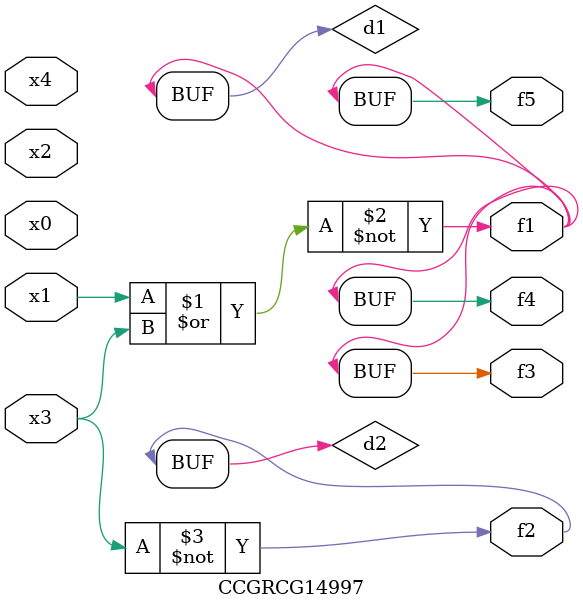
<source format=v>
module CCGRCG14997(
	input x0, x1, x2, x3, x4,
	output f1, f2, f3, f4, f5
);

	wire d1, d2;

	nor (d1, x1, x3);
	not (d2, x3);
	assign f1 = d1;
	assign f2 = d2;
	assign f3 = d1;
	assign f4 = d1;
	assign f5 = d1;
endmodule

</source>
